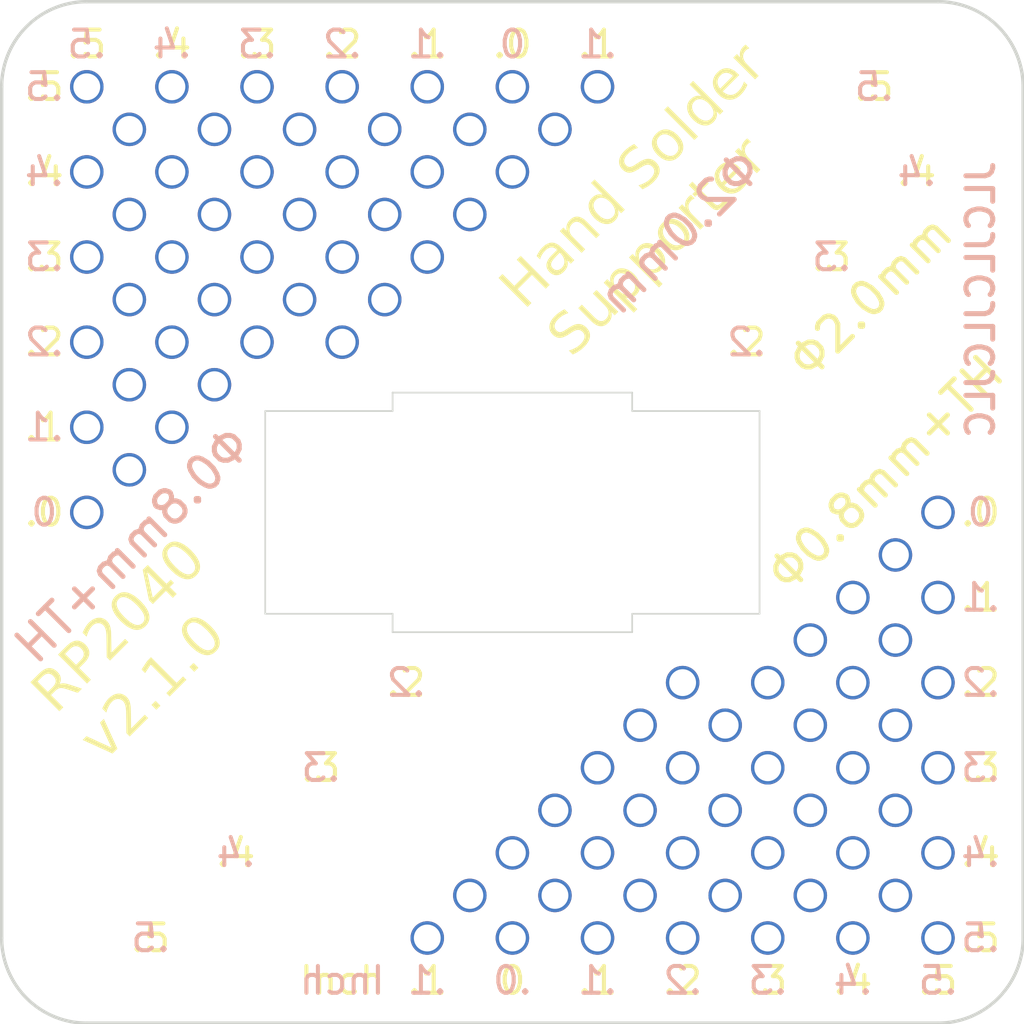
<source format=kicad_pcb>
(kicad_pcb (version 20240108) (generator "pcbnew") (generator_version "8.0")
  (title_block (title "RP2040 Solder Supporter") (rev "v2.1.0") (company "Atsushi Morimoto (@74th)"))
  (layers (0 "F.Cu" signal) (31 "B.Cu" signal) (34 "B.Paste" user) (35 "F.Paste" user) (36 "B.SilkS" user "B.Silkscreen") (37 "F.SilkS" user "F.Silkscreen") (38 "B.Mask" user) (39 "F.Mask" user) (44 "Edge.Cuts" user))
  (net 0 "")
  (footprint "74th:Hole_PinHeader_0.8-TH" (layer "F.Cu") (at 30.48 40.64)
    (property "Reference" "M2" (hide yes))
    (property "Value" "Hole_PinHeader_0.8-TH" (hide yes))
    (pad "" thru_hole circle (at 0 0 270) (size 1 1) (drill 0.8) (layers "*.Cu" "*.Mask"))
  )
  (footprint "74th:Hole_PinHeader_0.8-TH" (layer "F.Cu") (at 39.37 34.29)
    (property "Reference" "M2" (hide yes))
    (property "Value" "Hole_PinHeader_0.8-TH" (hide yes))
    (pad "" thru_hole circle (at 0 0 270) (size 1 1) (drill 0.8) (layers "*.Cu" "*.Mask"))
  )
  (footprint "74th:Hole_PinHeader_0.8-TH" (layer "F.Cu") (at 20.32 17.78 -90)
    (property "Reference" "M2" (hide yes))
    (property "Value" "Hole_PinHeader_0.8-TH" (hide yes))
    (pad "" thru_hole circle (at 0 0 180) (size 1 1) (drill 0.8) (layers "*.Cu" "*.Mask"))
  )
  (footprint "74th:Hole_PinHeader_0.8-TH" (layer "F.Cu") (at 39.37 36.83)
    (property "Reference" "M2" (hide yes))
    (property "Value" "Hole_PinHeader_0.8-TH" (hide yes))
    (pad "" thru_hole circle (at 0 0 270) (size 1 1) (drill 0.8) (layers "*.Cu" "*.Mask"))
  )
  (footprint "74th:Hole_PinHeader_0.8-TH" (layer "F.Cu") (at 29.21 21.59)
    (property "Reference" "M2" (hide yes))
    (property "Value" "Hole_PinHeader_0.8-TH" (hide yes))
    (pad "" thru_hole circle (at 0 0 270) (size 1 1) (drill 0.8) (layers "*.Cu" "*.Mask"))
  )
  (footprint "74th:Hole_PinHeader_0.8-TH" (layer "F.Cu") (at 20.32 20.32 -90)
    (property "Reference" "M2" (hide yes))
    (property "Value" "Hole_PinHeader_0.8-TH" (hide yes))
    (pad "" thru_hole circle (at 0 0 180) (size 1 1) (drill 0.8) (layers "*.Cu" "*.Mask"))
  )
  (footprint "74th:Hole_PinHeader_0.8-TH" (layer "F.Cu") (at 22.86 25.4 -90)
    (property "Reference" "M2" (hide yes))
    (property "Value" "Hole_PinHeader_0.8-TH" (hide yes))
    (pad "" thru_hole circle (at 0 0 180) (size 1 1) (drill 0.8) (layers "*.Cu" "*.Mask"))
  )
  (footprint "74th:Hole_PinHeader_0.8-TH" (layer "F.Cu") (at 33.02 40.64)
    (property "Reference" "M2" (hide yes))
    (property "Value" "Hole_PinHeader_0.8-TH" (hide yes))
    (pad "" thru_hole circle (at 0 0 270) (size 1 1) (drill 0.8) (layers "*.Cu" "*.Mask"))
  )
  (footprint "74th:Hole_PinHeader_0.8-TH" (layer "F.Cu") (at 24.13 16.51)
    (property "Reference" "M2" (hide yes))
    (property "Value" "Hole_PinHeader_0.8-TH" (hide yes))
    (pad "" thru_hole circle (at 0 0 270) (size 1 1) (drill 0.8) (layers "*.Cu" "*.Mask"))
  )
  (footprint "74th:Hole_PinHeader_0.8-TH" (layer "F.Cu") (at 45.72 40.64)
    (property "Reference" "M2" (hide yes))
    (property "Value" "Hole_PinHeader_0.8-TH" (hide yes))
    (pad "" thru_hole circle (at 0 0 270) (size 1 1) (drill 0.8) (layers "*.Cu" "*.Mask"))
  )
  (footprint "74th:Hole_PinHeader_0.8-TH" (layer "F.Cu") (at 25.4 20.32)
    (property "Reference" "M2" (hide yes))
    (property "Value" "Hole_PinHeader_0.8-TH" (hide yes))
    (pad "" thru_hole circle (at 0 0 270) (size 1 1) (drill 0.8) (layers "*.Cu" "*.Mask"))
  )
  (footprint "74th:Hole_PinHeader_0.8-TH" (layer "F.Cu") (at 25.4 22.86)
    (property "Reference" "M2" (hide yes))
    (property "Value" "Hole_PinHeader_0.8-TH" (hide yes))
    (pad "" thru_hole circle (at 0 0 270) (size 1 1) (drill 0.8) (layers "*.Cu" "*.Mask"))
  )
  (footprint "74th:Hole_PinHeader_0.8-TH" (layer "F.Cu") (at 30.48 15.24)
    (property "Reference" "M2" (hide yes))
    (property "Value" "Hole_PinHeader_0.8-TH" (hide yes))
    (pad "" thru_hole circle (at 0 0 270) (size 1 1) (drill 0.8) (layers "*.Cu" "*.Mask"))
  )
  (footprint "74th:Hole_PinHeader_0.8-TH" (layer "F.Cu") (at 38.1 33.02)
    (property "Reference" "M2" (hide yes))
    (property "Value" "Hole_PinHeader_0.8-TH" (hide yes))
    (pad "" thru_hole circle (at 0 0 270) (size 1 1) (drill 0.8) (layers "*.Cu" "*.Mask"))
  )
  (footprint "74th:Hole_PinHeader_0.8-TH" (layer "F.Cu") (at 35.56 35.56)
    (property "Reference" "M2" (hide yes))
    (property "Value" "Hole_PinHeader_0.8-TH" (hide yes))
    (pad "" thru_hole circle (at 0 0 270) (size 1 1) (drill 0.8) (layers "*.Cu" "*.Mask"))
  )
  (footprint "74th:Hole_PinHeader_0.8-TH" (layer "F.Cu") (at 44.45 29.21)
    (property "Reference" "M2" (hide yes))
    (property "Value" "Hole_PinHeader_0.8-TH" (hide yes))
    (pad "" thru_hole circle (at 0 0 270) (size 1 1) (drill 0.8) (layers "*.Cu" "*.Mask"))
  )
  (footprint "74th:Hole_M2_2.0" (layer "F.Cu") (at 22.86 38.1)
    (property "Reference" "M2" (hide yes))
    (property "Value" "Hole_M2_2.0" (hide yes))
    (pad "" np_thru_hole circle (at 0 0) (size 2 2) (drill 2) (layers "F&B.Cu" "*.Mask"))
  )
  (footprint "74th:Hole_PinHeader_0.8-TH" (layer "F.Cu") (at 27.94 20.32)
    (property "Reference" "M2" (hide yes))
    (property "Value" "Hole_PinHeader_0.8-TH" (hide yes))
    (pad "" thru_hole circle (at 0 0 270) (size 1 1) (drill 0.8) (layers "*.Cu" "*.Mask"))
  )
  (footprint "74th:Hole_PinHeader_0.8-TH" (layer "F.Cu") (at 31.75 39.37)
    (property "Reference" "M2" (hide yes))
    (property "Value" "Hole_PinHeader_0.8-TH" (hide yes))
    (pad "" thru_hole circle (at 0 0 270) (size 1 1) (drill 0.8) (layers "*.Cu" "*.Mask"))
  )
  (footprint "74th:Hole_PinHeader_0.8-TH" (layer "F.Cu") (at 45.72 38.1)
    (property "Reference" "M2" (hide yes))
    (property "Value" "Hole_PinHeader_0.8-TH" (hide yes))
    (pad "" thru_hole circle (at 0 0 270) (size 1 1) (drill 0.8) (layers "*.Cu" "*.Mask"))
  )
  (footprint "74th:Hole_PinHeader_0.8-TH" (layer "F.Cu") (at 27.94 22.86)
    (property "Reference" "M2" (hide yes))
    (property "Value" "Hole_PinHeader_0.8-TH" (hide yes))
    (pad "" thru_hole circle (at 0 0 270) (size 1 1) (drill 0.8) (layers "*.Cu" "*.Mask"))
  )
  (footprint "74th:Hole_PinHeader_0.8-TH" (layer "F.Cu") (at 38.1 35.56)
    (property "Reference" "M2" (hide yes))
    (property "Value" "Hole_PinHeader_0.8-TH" (hide yes))
    (pad "" thru_hole circle (at 0 0 270) (size 1 1) (drill 0.8) (layers "*.Cu" "*.Mask"))
  )
  (footprint "74th:Hole_PinHeader_0.8-TH" (layer "F.Cu") (at 44.45 39.37)
    (property "Reference" "M2" (hide yes))
    (property "Value" "Hole_PinHeader_0.8-TH" (hide yes))
    (pad "" thru_hole circle (at 0 0 270) (size 1 1) (drill 0.8) (layers "*.Cu" "*.Mask"))
  )
  (footprint "74th:Hole_PinHeader_0.8-TH" (layer "F.Cu") (at 38.1 40.64)
    (property "Reference" "M2" (hide yes))
    (property "Value" "Hole_PinHeader_0.8-TH" (hide yes))
    (pad "" thru_hole circle (at 0 0 270) (size 1 1) (drill 0.8) (layers "*.Cu" "*.Mask"))
  )
  (footprint "74th:Hole_PinHeader_0.8-TH" (layer "F.Cu") (at 44.45 36.83)
    (property "Reference" "M2" (hide yes))
    (property "Value" "Hole_PinHeader_0.8-TH" (hide yes))
    (pad "" thru_hole circle (at 0 0 270) (size 1 1) (drill 0.8) (layers "*.Cu" "*.Mask"))
  )
  (footprint "74th:Hole_PinHeader_0.8-TH" (layer "F.Cu") (at 43.18 40.64)
    (property "Reference" "M2" (hide yes))
    (property "Value" "Hole_PinHeader_0.8-TH" (hide yes))
    (pad "" thru_hole circle (at 0 0 270) (size 1 1) (drill 0.8) (layers "*.Cu" "*.Mask"))
  )
  (footprint "74th:Hole_PinHeader_0.8-TH" (layer "F.Cu") (at 43.18 30.48)
    (property "Reference" "M2" (hide yes))
    (property "Value" "Hole_PinHeader_0.8-TH" (hide yes))
    (pad "" thru_hole circle (at 0 0 270) (size 1 1) (drill 0.8) (layers "*.Cu" "*.Mask"))
  )
  (footprint "74th:Hole_M2_2.0" (layer "F.Cu") (at 45.72 15.24)
    (property "Reference" "M2" (hide yes))
    (property "Value" "Hole_M2_2.0" (hide yes))
    (pad "" np_thru_hole circle (at 0 0) (size 2 2) (drill 2) (layers "F&B.Cu" "*.Mask"))
  )
  (footprint "74th:Hole_PinHeader_0.8-TH" (layer "F.Cu") (at 21.59 26.67)
    (property "Reference" "M2" (hide yes))
    (property "Value" "Hole_PinHeader_0.8-TH" (hide yes))
    (pad "" thru_hole circle (at 0 0 270) (size 1 1) (drill 0.8) (layers "*.Cu" "*.Mask"))
  )
  (footprint "74th:Hole_PinHeader_0.8-TH" (layer "F.Cu") (at 24.13 19.05)
    (property "Reference" "M2" (hide yes))
    (property "Value" "Hole_PinHeader_0.8-TH" (hide yes))
    (pad "" thru_hole circle (at 0 0 270) (size 1 1) (drill 0.8) (layers "*.Cu" "*.Mask"))
  )
  (footprint "74th:Hole_PinHeader_0.8-TH" (layer "F.Cu") (at 26.67 21.59)
    (property "Reference" "M2" (hide yes))
    (property "Value" "Hole_PinHeader_0.8-TH" (hide yes))
    (pad "" thru_hole circle (at 0 0 270) (size 1 1) (drill 0.8) (layers "*.Cu" "*.Mask"))
  )
  (footprint "74th:Hole_PinHeader_0.8-TH" (layer "F.Cu") (at 41.91 31.75)
    (property "Reference" "M2" (hide yes))
    (property "Value" "Hole_PinHeader_0.8-TH" (hide yes))
    (pad "" thru_hole circle (at 0 0 270) (size 1 1) (drill 0.8) (layers "*.Cu" "*.Mask"))
  )
  (footprint "74th:Hole_PinHeader_0.8-TH" (layer "F.Cu") (at 20.32 25.4 -90)
    (property "Reference" "M2" (hide yes))
    (property "Value" "Hole_PinHeader_0.8-TH" (hide yes))
    (pad "" thru_hole circle (at 0 0 180) (size 1 1) (drill 0.8) (layers "*.Cu" "*.Mask"))
  )
  (footprint "74th:Hole_PinHeader_0.8-TH" (layer "F.Cu") (at 41.91 36.83)
    (property "Reference" "M2" (hide yes))
    (property "Value" "Hole_PinHeader_0.8-TH" (hide yes))
    (pad "" thru_hole circle (at 0 0 270) (size 1 1) (drill 0.8) (layers "*.Cu" "*.Mask"))
  )
  (footprint "74th:Hole_PinHeader_0.8-TH" (layer "F.Cu") (at 35.56 15.24)
    (property "Reference" "M2" (hide yes))
    (property "Value" "Hole_PinHeader_0.8-TH" (hide yes))
    (pad "" thru_hole circle (at 0 0 270) (size 1 1) (drill 0.8) (layers "*.Cu" "*.Mask"))
  )
  (footprint "74th:Hole_PinHeader_0.8-TH" (layer "F.Cu") (at 41.91 34.29)
    (property "Reference" "M2" (hide yes))
    (property "Value" "Hole_PinHeader_0.8-TH" (hide yes))
    (pad "" thru_hole circle (at 0 0 270) (size 1 1) (drill 0.8) (layers "*.Cu" "*.Mask"))
  )
  (footprint "74th:Hole_M2_2.0" (layer "F.Cu") (at 25.4 35.56)
    (property "Reference" "M2" (hide yes))
    (property "Value" "Hole_M2_2.0" (hide yes))
    (pad "" np_thru_hole circle (at 0 0) (size 2 2) (drill 2) (layers "F&B.Cu" "*.Mask"))
  )
  (footprint "74th:Hole_PinHeader_0.8-TH" (layer "F.Cu") (at 22.86 17.78)
    (property "Reference" "M2" (hide yes))
    (property "Value" "Hole_PinHeader_0.8-TH" (hide yes))
    (pad "" thru_hole circle (at 0 0 270) (size 1 1) (drill 0.8) (layers "*.Cu" "*.Mask"))
  )
  (footprint "74th:Supporter-RP2040" (layer "F.Cu") (at 33.02 27.94)
    (property "Reference" "IC**" (hide yes))
    (property "Value" "QFN40P700X700X90-57N-D" (hide yes))
    (fp_line (start -7.375 -3.025) (end -3.575 -3.025) (stroke (width 0.05)) (layer "Edge.Cuts"))
    (fp_line (start -7.375 3.025) (end -7.375 -3.025) (stroke (width 0.05)) (layer "Edge.Cuts"))
    (fp_line (start -7.375 3.025) (end -3.575 3.025) (stroke (width 0.05)) (layer "Edge.Cuts"))
    (fp_line (start -3.575 -3.575) (end -3.575 -3.025) (stroke (width 0.05)) (layer "Edge.Cuts"))
    (fp_line (start -3.575 -3.575) (end 3.575 -3.575) (stroke (width 0.05)) (layer "Edge.Cuts"))
    (fp_line (start -3.575 3.025) (end -3.575 3.575) (stroke (width 0.05)) (layer "Edge.Cuts"))
    (fp_line (start -3.575 3.575) (end 3.575 3.575) (stroke (width 0.05)) (layer "Edge.Cuts"))
    (fp_line (start 3.575 -3.575) (end 3.575 -3.025) (stroke (width 0.05)) (layer "Edge.Cuts"))
    (fp_line (start 3.575 -3.025) (end 7.375 -3.025) (stroke (width 0.05)) (layer "Edge.Cuts"))
    (fp_line (start 3.575 3.025) (end 3.575 3.575) (stroke (width 0.05)) (layer "Edge.Cuts"))
    (fp_line (start 3.575 3.025) (end 7.375 3.025) (stroke (width 0.05)) (layer "Edge.Cuts"))
    (fp_line (start 7.375 -3.025) (end 7.375 3.025) (stroke (width 0.05)) (layer "Edge.Cuts"))
  )
  (footprint "74th:Hole_PinHeader_0.8-TH" (layer "F.Cu") (at 30.48 20.32)
    (property "Reference" "M2" (hide yes))
    (property "Value" "Hole_PinHeader_0.8-TH" (hide yes))
    (pad "" thru_hole circle (at 0 0 270) (size 1 1) (drill 0.8) (layers "*.Cu" "*.Mask"))
  )
  (footprint "74th:Hole_PinHeader_0.8-TH" (layer "F.Cu") (at 20.32 27.94 -90)
    (property "Reference" "M2" (hide yes))
    (property "Value" "Hole_PinHeader_0.8-TH" (hide yes))
    (pad "" thru_hole circle (at 0 0 180) (size 1 1) (drill 0.8) (layers "*.Cu" "*.Mask"))
  )
  (footprint "74th:Hole_PinHeader_0.8-TH" (layer "F.Cu") (at 22.86 15.24)
    (property "Reference" "M2" (hide yes))
    (property "Value" "Hole_PinHeader_0.8-TH" (hide yes))
    (pad "" thru_hole circle (at 0 0 270) (size 1 1) (drill 0.8) (layers "*.Cu" "*.Mask"))
  )
  (footprint "74th:Hole_M2_2.0" (layer "F.Cu") (at 43.18 17.78)
    (property "Reference" "M2" (hide yes))
    (property "Value" "Hole_M2_2.0" (hide yes))
    (pad "" np_thru_hole circle (at 0 0) (size 2 2) (drill 2) (layers "F&B.Cu" "*.Mask"))
  )
  (footprint "74th:Hole_PinHeader_0.8-TH" (layer "F.Cu") (at 29.21 19.05)
    (property "Reference" "M2" (hide yes))
    (property "Value" "Hole_PinHeader_0.8-TH" (hide yes))
    (pad "" thru_hole circle (at 0 0 270) (size 1 1) (drill 0.8) (layers "*.Cu" "*.Mask"))
  )
  (footprint "74th:Hole_M2_2.0" (layer "F.Cu") (at 40.64 20.32)
    (property "Reference" "M2" (hide yes))
    (property "Value" "Hole_M2_2.0" (hide yes))
    (pad "" np_thru_hole circle (at 0 0) (size 2 2) (drill 2) (layers "F&B.Cu" "*.Mask"))
  )
  (footprint "74th:Hole_PinHeader_0.8-TH" (layer "F.Cu") (at 26.67 16.51)
    (property "Reference" "M2" (hide yes))
    (property "Value" "Hole_PinHeader_0.8-TH" (hide yes))
    (pad "" thru_hole circle (at 0 0 270) (size 1 1) (drill 0.8) (layers "*.Cu" "*.Mask"))
  )
  (footprint "74th:Hole_PinHeader_0.8-TH" (layer "F.Cu") (at 45.72 35.56)
    (property "Reference" "M2" (hide yes))
    (property "Value" "Hole_PinHeader_0.8-TH" (hide yes))
    (pad "" thru_hole circle (at 0 0 270) (size 1 1) (drill 0.8) (layers "*.Cu" "*.Mask"))
  )
  (footprint "74th:Hole_PinHeader_0.8-TH" (layer "F.Cu") (at 24.13 24.13)
    (property "Reference" "M2" (hide yes))
    (property "Value" "Hole_PinHeader_0.8-TH" (hide yes))
    (pad "" thru_hole circle (at 0 0 270) (size 1 1) (drill 0.8) (layers "*.Cu" "*.Mask"))
  )
  (footprint "74th:Hole_PinHeader_0.8-TH" (layer "F.Cu") (at 22.86 20.32)
    (property "Reference" "M2" (hide yes))
    (property "Value" "Hole_PinHeader_0.8-TH" (hide yes))
    (pad "" thru_hole circle (at 0 0 270) (size 1 1) (drill 0.8) (layers "*.Cu" "*.Mask"))
  )
  (footprint "74th:Hole_PinHeader_0.8-TH" (layer "F.Cu") (at 20.32 15.24)
    (property "Reference" "M2" (hide yes))
    (property "Value" "Hole_PinHeader_0.8-TH" (hide yes))
    (pad "" thru_hole circle (at 0 0 270) (size 1 1) (drill 0.8) (layers "*.Cu" "*.Mask"))
  )
  (footprint "74th:Hole_PinHeader_0.8-TH" (layer "F.Cu") (at 25.4 17.78)
    (property "Reference" "M2" (hide yes))
    (property "Value" "Hole_PinHeader_0.8-TH" (hide yes))
    (pad "" thru_hole circle (at 0 0 270) (size 1 1) (drill 0.8) (layers "*.Cu" "*.Mask"))
  )
  (footprint "74th:Hole_PinHeader_0.8-TH" (layer "F.Cu") (at 31.75 16.51)
    (property "Reference" "M2" (hide yes))
    (property "Value" "Hole_PinHeader_0.8-TH" (hide yes))
    (pad "" thru_hole circle (at 0 0 270) (size 1 1) (drill 0.8) (layers "*.Cu" "*.Mask"))
  )
  (footprint "74th:Hole_PinHeader_0.8-TH" (layer "F.Cu") (at 44.45 34.29)
    (property "Reference" "M2" (hide yes))
    (property "Value" "Hole_PinHeader_0.8-TH" (hide yes))
    (pad "" thru_hole circle (at 0 0 270) (size 1 1) (drill 0.8) (layers "*.Cu" "*.Mask"))
  )
  (footprint "74th:Hole_PinHeader_0.8-TH" (layer "F.Cu") (at 38.1 38.1)
    (property "Reference" "M2" (hide yes))
    (property "Value" "Hole_PinHeader_0.8-TH" (hide yes))
    (pad "" thru_hole circle (at 0 0 270) (size 1 1) (drill 0.8) (layers "*.Cu" "*.Mask"))
  )
  (footprint "74th:Hole_PinHeader_0.8-TH" (layer "F.Cu") (at 40.64 35.56)
    (property "Reference" "M2" (hide yes))
    (property "Value" "Hole_PinHeader_0.8-TH" (hide yes))
    (pad "" thru_hole circle (at 0 0 270) (size 1 1) (drill 0.8) (layers "*.Cu" "*.Mask"))
  )
  (footprint "74th:Hole_M2_2.0" (layer "F.Cu") (at 20.32 40.64)
    (property "Reference" "M2" (hide yes))
    (property "Value" "Hole_M2_2.0" (hide yes))
    (pad "" np_thru_hole circle (at 0 0) (size 2 2) (drill 2) (layers "F&B.Cu" "*.Mask"))
  )
  (footprint "74th:Hole_PinHeader_0.8-TH" (layer "F.Cu") (at 36.83 36.83)
    (property "Reference" "M2" (hide yes))
    (property "Value" "Hole_PinHeader_0.8-TH" (hide yes))
    (pad "" thru_hole circle (at 0 0 270) (size 1 1) (drill 0.8) (layers "*.Cu" "*.Mask"))
  )
  (footprint "74th:Hole_PinHeader_0.8-TH" (layer "F.Cu") (at 20.32 22.86 -90)
    (property "Reference" "M2" (hide yes))
    (property "Value" "Hole_PinHeader_0.8-TH" (hide yes))
    (pad "" thru_hole circle (at 0 0 180) (size 1 1) (drill 0.8) (layers "*.Cu" "*.Mask"))
  )
  (footprint "74th:Hole_PinHeader_0.8-TH" (layer "F.Cu") (at 41.91 39.37)
    (property "Reference" "M2" (hide yes))
    (property "Value" "Hole_PinHeader_0.8-TH" (hide yes))
    (pad "" thru_hole circle (at 0 0 270) (size 1 1) (drill 0.8) (layers "*.Cu" "*.Mask"))
  )
  (footprint "74th:Hole_PinHeader_0.8-TH" (layer "F.Cu") (at 45.72 30.48)
    (property "Reference" "M2" (hide yes))
    (property "Value" "Hole_PinHeader_0.8-TH" (hide yes))
    (pad "" thru_hole circle (at 0 0 270) (size 1 1) (drill 0.8) (layers "*.Cu" "*.Mask"))
  )
  (footprint "74th:Hole_PinHeader_0.8-TH" (layer "F.Cu") (at 30.48 17.78)
    (property "Reference" "M2" (hide yes))
    (property "Value" "Hole_PinHeader_0.8-TH" (hide yes))
    (pad "" thru_hole circle (at 0 0 270) (size 1 1) (drill 0.8) (layers "*.Cu" "*.Mask"))
  )
  (footprint "74th:Hole_PinHeader_0.8-TH" (layer "F.Cu") (at 34.29 36.83)
    (property "Reference" "M2" (hide yes))
    (property "Value" "Hole_PinHeader_0.8-TH" (hide yes))
    (pad "" thru_hole circle (at 0 0 270) (size 1 1) (drill 0.8) (layers "*.Cu" "*.Mask"))
  )
  (footprint "74th:Hole_PinHeader_0.8-TH" (layer "F.Cu") (at 27.94 15.24)
    (property "Reference" "M2" (hide yes))
    (property "Value" "Hole_PinHeader_0.8-TH" (hide yes))
    (pad "" thru_hole circle (at 0 0 270) (size 1 1) (drill 0.8) (layers "*.Cu" "*.Mask"))
  )
  (footprint "74th:Hole_PinHeader_0.8-TH" (layer "F.Cu") (at 24.13 21.59)
    (property "Reference" "M2" (hide yes))
    (property "Value" "Hole_PinHeader_0.8-TH" (hide yes))
    (pad "" thru_hole circle (at 0 0 270) (size 1 1) (drill 0.8) (layers "*.Cu" "*.Mask"))
  )
  (footprint "74th:Hole_PinHeader_0.8-TH" (layer "F.Cu") (at 39.37 39.37)
    (property "Reference" "M2" (hide yes))
    (property "Value" "Hole_PinHeader_0.8-TH" (hide yes))
    (pad "" thru_hole circle (at 0 0 270) (size 1 1) (drill 0.8) (layers "*.Cu" "*.Mask"))
  )
  (footprint "74th:Hole_PinHeader_0.8-TH" (layer "F.Cu") (at 33.02 17.78)
    (property "Reference" "M2" (hide yes))
    (property "Value" "Hole_PinHeader_0.8-TH" (hide yes))
    (pad "" thru_hole circle (at 0 0 270) (size 1 1) (drill 0.8) (layers "*.Cu" "*.Mask"))
  )
  (footprint "74th:Hole_PinHeader_0.8-TH" (layer "F.Cu") (at 40.64 38.1)
    (property "Reference" "M2" (hide yes))
    (property "Value" "Hole_PinHeader_0.8-TH" (hide yes))
    (pad "" thru_hole circle (at 0 0 270) (size 1 1) (drill 0.8) (layers "*.Cu" "*.Mask"))
  )
  (footprint "74th:Hole_PinHeader_0.8-TH" (layer "F.Cu") (at 45.72 33.02)
    (property "Reference" "M2" (hide yes))
    (property "Value" "Hole_PinHeader_0.8-TH" (hide yes))
    (pad "" thru_hole circle (at 0 0 270) (size 1 1) (drill 0.8) (layers "*.Cu" "*.Mask"))
  )
  (footprint "74th:Hole_PinHeader_0.8-TH" (layer "F.Cu") (at 43.18 35.56)
    (property "Reference" "M2" (hide yes))
    (property "Value" "Hole_PinHeader_0.8-TH" (hide yes))
    (pad "" thru_hole circle (at 0 0 270) (size 1 1) (drill 0.8) (layers "*.Cu" "*.Mask"))
  )
  (footprint "74th:Hole_M2_2.0" (layer "F.Cu") (at 38.1 22.86)
    (property "Reference" "M2" (hide yes))
    (property "Value" "Hole_M2_2.0" (hide yes))
    (pad "" np_thru_hole circle (at 0 0) (size 2 2) (drill 2) (layers "F&B.Cu" "*.Mask"))
  )
  (footprint "74th:Hole_PinHeader_0.8-TH" (layer "F.Cu") (at 43.18 38.1)
    (property "Reference" "M2" (hide yes))
    (property "Value" "Hole_PinHeader_0.8-TH" (hide yes))
    (pad "" thru_hole circle (at 0 0 270) (size 1 1) (drill 0.8) (layers "*.Cu" "*.Mask"))
  )
  (footprint "74th:Hole_PinHeader_0.8-TH" (layer "F.Cu") (at 21.59 19.05)
    (property "Reference" "M2" (hide yes))
    (property "Value" "Hole_PinHeader_0.8-TH" (hide yes))
    (pad "" thru_hole circle (at 0 0 270) (size 1 1) (drill 0.8) (layers "*.Cu" "*.Mask"))
  )
  (footprint "74th:Hole_PinHeader_0.8-TH" (layer "F.Cu") (at 35.56 38.1)
    (property "Reference" "M2" (hide yes))
    (property "Value" "Hole_PinHeader_0.8-TH" (hide yes))
    (pad "" thru_hole circle (at 0 0 270) (size 1 1) (drill 0.8) (layers "*.Cu" "*.Mask"))
  )
  (footprint "74th:Hole_PinHeader_0.8-TH" (layer "F.Cu") (at 33.02 15.24)
    (property "Reference" "M2" (hide yes))
    (property "Value" "Hole_PinHeader_0.8-TH" (hide yes))
    (pad "" thru_hole circle (at 0 0 270) (size 1 1) (drill 0.8) (layers "*.Cu" "*.Mask"))
  )
  (footprint "74th:Hole_PinHeader_0.8-TH" (layer "F.Cu") (at 43.18 33.02)
    (property "Reference" "M2" (hide yes))
    (property "Value" "Hole_PinHeader_0.8-TH" (hide yes))
    (pad "" thru_hole circle (at 0 0 270) (size 1 1) (drill 0.8) (layers "*.Cu" "*.Mask"))
  )
  (footprint "74th:Hole_PinHeader_0.8-TH" (layer "F.Cu") (at 21.59 24.13)
    (property "Reference" "M2" (hide yes))
    (property "Value" "Hole_PinHeader_0.8-TH" (hide yes))
    (pad "" thru_hole circle (at 0 0 270) (size 1 1) (drill 0.8) (layers "*.Cu" "*.Mask"))
  )
  (footprint "74th:Hole_PinHeader_0.8-TH" (layer "F.Cu") (at 44.45 31.75)
    (property "Reference" "M2" (hide yes))
    (property "Value" "Hole_PinHeader_0.8-TH" (hide yes))
    (pad "" thru_hole circle (at 0 0 270) (size 1 1) (drill 0.8) (layers "*.Cu" "*.Mask"))
  )
  (footprint "74th:Hole_PinHeader_0.8-TH" (layer "F.Cu") (at 27.94 17.78)
    (property "Reference" "M2" (hide yes))
    (property "Value" "Hole_PinHeader_0.8-TH" (hide yes))
    (pad "" thru_hole circle (at 0 0 270) (size 1 1) (drill 0.8) (layers "*.Cu" "*.Mask"))
  )
  (footprint "74th:Hole_PinHeader_0.8-TH" (layer "F.Cu") (at 21.59 16.51)
    (property "Reference" "M2" (hide yes))
    (property "Value" "Hole_PinHeader_0.8-TH" (hide yes))
    (pad "" thru_hole circle (at 0 0 270) (size 1 1) (drill 0.8) (layers "*.Cu" "*.Mask"))
  )
  (footprint "74th:Hole_PinHeader_0.8-TH" (layer "F.Cu") (at 34.29 39.37)
    (property "Reference" "M2" (hide yes))
    (property "Value" "Hole_PinHeader_0.8-TH" (hide yes))
    (pad "" thru_hole circle (at 0 0 270) (size 1 1) (drill 0.8) (layers "*.Cu" "*.Mask"))
  )
  (footprint "74th:Hole_PinHeader_0.8-TH" (layer "F.Cu") (at 31.75 19.05)
    (property "Reference" "M2" (hide yes))
    (property "Value" "Hole_PinHeader_0.8-TH" (hide yes))
    (pad "" thru_hole circle (at 0 0 270) (size 1 1) (drill 0.8) (layers "*.Cu" "*.Mask"))
  )
  (footprint "74th:Hole_PinHeader_0.8-TH" (layer "F.Cu") (at 33.02 38.1)
    (property "Reference" "M2" (hide yes))
    (property "Value" "Hole_PinHeader_0.8-TH" (hide yes))
    (pad "" thru_hole circle (at 0 0 270) (size 1 1) (drill 0.8) (layers "*.Cu" "*.Mask"))
  )
  (footprint "74th:Hole_PinHeader_0.8-TH" (layer "F.Cu") (at 45.72 27.94)
    (property "Reference" "M2" (hide yes))
    (property "Value" "Hole_PinHeader_0.8-TH" (hide yes))
    (pad "" thru_hole circle (at 0 0 270) (size 1 1) (drill 0.8) (layers "*.Cu" "*.Mask"))
  )
  (footprint "74th:Hole_PinHeader_0.8-TH" (layer "F.Cu") (at 40.64 40.64)
    (property "Reference" "M2" (hide yes))
    (property "Value" "Hole_PinHeader_0.8-TH" (hide yes))
    (pad "" thru_hole circle (at 0 0 270) (size 1 1) (drill 0.8) (layers "*.Cu" "*.Mask"))
  )
  (footprint "74th:Hole_PinHeader_0.8-TH" (layer "F.Cu") (at 22.86 22.86)
    (property "Reference" "M2" (hide yes))
    (property "Value" "Hole_PinHeader_0.8-TH" (hide yes))
    (pad "" thru_hole circle (at 0 0 270) (size 1 1) (drill 0.8) (layers "*.Cu" "*.Mask"))
  )
  (footprint "74th:Hole_PinHeader_0.8-TH" (layer "F.Cu") (at 34.29 16.51)
    (property "Reference" "M2" (hide yes))
    (property "Value" "Hole_PinHeader_0.8-TH" (hide yes))
    (pad "" thru_hole circle (at 0 0 270) (size 1 1) (drill 0.8) (layers "*.Cu" "*.Mask"))
  )
  (footprint "74th:Hole_PinHeader_0.8-TH" (layer "F.Cu") (at 40.64 33.02)
    (property "Reference" "M2" (hide yes))
    (property "Value" "Hole_PinHeader_0.8-TH" (hide yes))
    (pad "" thru_hole circle (at 0 0 270) (size 1 1) (drill 0.8) (layers "*.Cu" "*.Mask"))
  )
  (footprint "74th:Hole_PinHeader_0.8-TH" (layer "F.Cu") (at 21.59 21.59)
    (property "Reference" "M2" (hide yes))
    (property "Value" "Hole_PinHeader_0.8-TH" (hide yes))
    (pad "" thru_hole circle (at 0 0 270) (size 1 1) (drill 0.8) (layers "*.Cu" "*.Mask"))
  )
  (footprint "74th:Hole_PinHeader_0.8-TH" (layer "F.Cu") (at 25.4 15.24)
    (property "Reference" "M2" (hide yes))
    (property "Value" "Hole_PinHeader_0.8-TH" (hide yes))
    (pad "" thru_hole circle (at 0 0 270) (size 1 1) (drill 0.8) (layers "*.Cu" "*.Mask"))
  )
  (footprint "74th:Hole_PinHeader_0.8-TH" (layer "F.Cu") (at 35.56 40.64)
    (property "Reference" "M2" (hide yes))
    (property "Value" "Hole_PinHeader_0.8-TH" (hide yes))
    (pad "" thru_hole circle (at 0 0 270) (size 1 1) (drill 0.8) (layers "*.Cu" "*.Mask"))
  )
  (footprint "74th:Hole_PinHeader_0.8-TH" (layer "F.Cu") (at 29.21 16.51)
    (property "Reference" "M2" (hide yes))
    (property "Value" "Hole_PinHeader_0.8-TH" (hide yes))
    (pad "" thru_hole circle (at 0 0 270) (size 1 1) (drill 0.8) (layers "*.Cu" "*.Mask"))
  )
  (footprint "74th:Hole_PinHeader_0.8-TH" (layer "F.Cu") (at 36.83 34.29)
    (property "Reference" "M2" (hide yes))
    (property "Value" "Hole_PinHeader_0.8-TH" (hide yes))
    (pad "" thru_hole circle (at 0 0 270) (size 1 1) (drill 0.8) (layers "*.Cu" "*.Mask"))
  )
  (footprint "74th:Hole_PinHeader_0.8-TH" (layer "F.Cu") (at 36.83 39.37)
    (property "Reference" "M2" (hide yes))
    (property "Value" "Hole_PinHeader_0.8-TH" (hide yes))
    (pad "" thru_hole circle (at 0 0 270) (size 1 1) (drill 0.8) (layers "*.Cu" "*.Mask"))
  )
  (footprint "74th:Hole_PinHeader_0.8-TH" (layer "F.Cu") (at 26.67 19.05)
    (property "Reference" "M2" (hide yes))
    (property "Value" "Hole_PinHeader_0.8-TH" (hide yes))
    (pad "" thru_hole circle (at 0 0 270) (size 1 1) (drill 0.8) (layers "*.Cu" "*.Mask"))
  )
  (footprint "74th:Hole_M2_2.0" (layer "F.Cu") (at 27.94 33.02)
    (property "Reference" "M2" (hide yes))
    (property "Value" "Hole_M2_2.0" (hide yes))
    (pad "" np_thru_hole circle (at 0 0) (size 2 2) (drill 2) (layers "F&B.Cu" "*.Mask"))
  )
  (footprint "74th:Logo_JLCJLCJLCJLC" (layer "B.Cu") (at 46.99 21.59 -90)
    (property "Reference" "REF**" (hide yes))
    (property "Value" "JLCJLCJLCJLC" (at 0 0 90) (layer "B.SilkS") (effects (font (size 0.8 0.8)) (justify mirror)))
  )
  (gr_arc (start 48.26 40.64) (mid 47.516051 42.436051) (end 45.72 43.18) (stroke (width 0.1)) (layer "Edge.Cuts"))
  (gr_line (start 45.72 43.18) (end 20.32 43.18) (stroke (width 0.1)) (layer "Edge.Cuts"))
  (gr_line (start 17.78 40.64) (end 17.78 15.24) (stroke (width 0.1)) (layer "Edge.Cuts"))
  (gr_arc (start 45.72 12.7) (mid 47.516051 13.443949) (end 48.26 15.24) (stroke (width 0.1)) (layer "Edge.Cuts"))
  (gr_arc (start 17.78 15.24) (mid 18.523949 13.443949) (end 20.32 12.7) (stroke (width 0.1)) (layer "Edge.Cuts"))
  (gr_line (start 48.26 15.24) (end 48.26 40.64) (stroke (width 0.1)) (layer "Edge.Cuts"))
  (gr_line (start 20.32 12.7) (end 45.72 12.7) (stroke (width 0.1)) (layer "Edge.Cuts"))
  (gr_arc (start 20.32 43.18) (mid 18.523949 42.436051) (end 17.78 40.64) (stroke (width 0.1)) (layer "Edge.Cuts"))
  (gr_text ".5" (at 22.225 40.64 0) (layer "B.SilkS") (effects (font (size 0.8 0.8) (thickness 0.12)) (justify mirror)))
  (gr_text ".3" (at 19.05 20.32 0) (layer "B.SilkS") (effects (font (size 0.8 0.8) (thickness 0.12)) (justify mirror)))
  (gr_text ".4" (at 43.18 41.91 0) (layer "B.SilkS") (effects (font (size 0.8 0.8) (thickness 0.12)) (justify mirror)))
  (gr_text ".5" (at 20.32 13.97 0) (layer "B.SilkS") (effects (font (size 0.8 0.8) (thickness 0.12)) (justify mirror)))
  (gr_text "0" (at 46.99 27.94 0) (layer "B.SilkS") (effects (font (size 0.8 0.8) (thickness 0.12)) (justify mirror)))
  (gr_text ".2" (at 19.05 22.86 0) (layer "B.SilkS") (effects (font (size 0.8 0.8) (thickness 0.12)) (justify mirror)))
  (gr_text ".1" (at 19.05 25.4 0) (layer "B.SilkS") (effects (font (size 0.8 0.8) (thickness 0.12)) (justify mirror)))
  (gr_text "0" (at 19.05 27.94 0) (layer "B.SilkS") (effects (font (size 0.8 0.8) (thickness 0.12)) (justify mirror)))
  (gr_text ".2" (at 29.845 33.02 0) (layer "B.SilkS") (effects (font (size 0.8 0.8) (thickness 0.12)) (justify mirror)))
  (gr_text ".1" (at 46.99 30.48 0) (layer "B.SilkS") (effects (font (size 0.8 0.8) (thickness 0.12)) (justify mirror)))
  (gr_text ".5" (at 43.815 15.24 0) (layer "B.SilkS") (effects (font (size 0.8 0.8) (thickness 0.12)) (justify mirror)))
  (gr_text "Φ2.0mm" (at 40.64 17.78 45) (layer "B.SilkS") (effects (font (size 1 1)) (justify left bottom mirror)))
  (gr_text ".5" (at 46.99 40.64 0) (layer "B.SilkS") (effects (font (size 0.8 0.8) (thickness 0.12)) (justify mirror)))
  (gr_text ".1" (at 30.48 41.91 0) (layer "B.SilkS") (effects (font (size 0.8 0.8) (thickness 0.12)) (justify mirror)))
  (gr_text ".1" (at 35.56 13.97 0) (layer "B.SilkS") (effects (font (size 0.8 0.8) (thickness 0.12)) (justify mirror)))
  (gr_text ".1" (at 35.56 41.91 0) (layer "B.SilkS") (effects (font (size 0.8 0.8) (thickness 0.12)) (justify mirror)))
  (gr_text ".4" (at 24.765 38.1 0) (layer "B.SilkS") (effects (font (size 0.8 0.8) (thickness 0.12)) (justify mirror)))
  (gr_text ".2" (at 38.1 41.91 0) (layer "B.SilkS") (effects (font (size 0.8 0.8) (thickness 0.12)) (justify mirror)))
  (gr_text ".3" (at 25.4 13.97 0) (layer "B.SilkS") (effects (font (size 0.8 0.8) (thickness 0.12)) (justify mirror)))
  (gr_text ".4" (at 19.05 17.78 0) (layer "B.SilkS") (effects (font (size 0.8 0.8) (thickness 0.12)) (justify mirror)))
  (gr_text "0" (at 33.02 13.97 0) (layer "B.SilkS") (effects (font (size 0.8 0.8) (thickness 0.12)) (justify mirror)))
  (gr_text ".1" (at 30.48 13.97 0) (layer "B.SilkS") (effects (font (size 0.8 0.8) (thickness 0.12)) (justify mirror)))
  (gr_text "Inch" (at 27.94 41.91 0) (layer "B.SilkS") (effects (font (size 0.8 0.8) (thickness 0.12)) (justify mirror)))
  (gr_text ".4" (at 45.085 17.78 0) (layer "B.SilkS") (effects (font (size 0.8 0.8) (thickness 0.12)) (justify mirror)))
  (gr_text ".2" (at 40.005 22.86 0) (layer "B.SilkS") (effects (font (size 0.8 0.8) (thickness 0.12)) (justify mirror)))
  (gr_text ".5" (at 45.72 41.91 0) (layer "B.SilkS") (effects (font (size 0.8 0.8) (thickness 0.12)) (justify mirror)))
  (gr_text ".3" (at 27.305 35.56 0) (layer "B.SilkS") (effects (font (size 0.8 0.8) (thickness 0.12)) (justify mirror)))
  (gr_text ".5" (at 19.05 15.24 0) (layer "B.SilkS") (effects (font (size 0.8 0.8) (thickness 0.12)) (justify mirror)))
  (gr_text ".0" (at 33.02 41.91 0) (layer "B.SilkS") (effects (font (size 0.8 0.8) (thickness 0.12)) (justify mirror)))
  (gr_text ".4" (at 22.86 13.97 0) (layer "B.SilkS") (effects (font (size 0.8 0.8) (thickness 0.12)) (justify mirror)))
  (gr_text ".3" (at 42.545 20.32 0) (layer "B.SilkS") (effects (font (size 0.8 0.8) (thickness 0.12)) (justify mirror)))
  (gr_text ".2" (at 46.99 33.02 0) (layer "B.SilkS") (effects (font (size 0.8 0.8) (thickness 0.12)) (justify mirror)))
  (gr_text ".3" (at 46.99 35.56 0) (layer "B.SilkS") (effects (font (size 0.8 0.8) (thickness 0.12)) (justify mirror)))
  (gr_text ".2" (at 27.94 13.97 0) (layer "B.SilkS") (effects (font (size 0.8 0.8) (thickness 0.12)) (justify mirror)))
  (gr_text ".3" (at 40.64 41.91 0) (layer "B.SilkS") (effects (font (size 0.8 0.8) (thickness 0.12)) (justify mirror)))
  (gr_text ".4" (at 46.99 38.1 0) (layer "B.SilkS") (effects (font (size 0.8 0.8) (thickness 0.12)) (justify mirror)))
  (gr_text "Φ0.8mm+TH" (at 25.4 26.035 45) (layer "B.SilkS") (effects (font (size 1 1)) (justify left bottom mirror)))
  (gr_text ".3" (at 27.305 35.56 0) (layer "F.SilkS") (effects (font (size 0.8 0.8) (thickness 0.12))))
  (gr_text ".1" (at 30.48 41.91 0) (layer "F.SilkS") (effects (font (size 0.8 0.8) (thickness 0.12))))
  (gr_text ".4" (at 45.085 17.78 0) (layer "F.SilkS") (effects (font (size 0.8 0.8) (thickness 0.12))))
  (gr_text ".5" (at 43.815 15.24 0) (layer "F.SilkS") (effects (font (size 0.8 0.8) (thickness 0.12))))
  (gr_text ".2" (at 29.845 33.02 0) (layer "F.SilkS") (effects (font (size 0.8 0.8) (thickness 0.12))))
  (gr_text ".5" (at 19.05 15.24 0) (layer "F.SilkS") (effects (font (size 0.8 0.8) (thickness 0.12))))
  (gr_text "Φ2.0mm" (at 41.91 24.13 45) (layer "F.SilkS") (effects (font (size 1 1)) (justify left bottom)))
  (gr_text ".3" (at 42.545 20.32 0) (layer "F.SilkS") (effects (font (size 0.8 0.8) (thickness 0.12))))
  (gr_text "Φ0.8mm+TH" (at 41.275 30.48 45) (layer "F.SilkS") (effects (font (size 1 1)) (justify left bottom)))
  (gr_text "Hand Solder\nSupporter" (at 34.925 23.495 45) (layer "F.SilkS") (effects (font (size 1.2 1.2)) (justify left bottom)))
  (gr_text ".4" (at 19.05 17.78 0) (layer "F.SilkS") (effects (font (size 0.8 0.8) (thickness 0.12))))
  (gr_text "0" (at 33.02 41.91 0) (layer "F.SilkS") (effects (font (size 0.8 0.8) (thickness 0.12))))
  (gr_text ".2" (at 19.05 22.86 0) (layer "F.SilkS") (effects (font (size 0.8 0.8) (thickness 0.12))))
  (gr_text ".3" (at 25.4 13.97 0) (layer "F.SilkS") (effects (font (size 0.8 0.8) (thickness 0.12))))
  (gr_text ".0" (at 46.99 27.94 0) (layer "F.SilkS") (effects (font (size 0.8 0.8) (thickness 0.12))))
  (gr_text ".0" (at 19.05 27.94 0) (layer "F.SilkS") (effects (font (size 0.8 0.8) (thickness 0.12))))
  (gr_text "Inch" (at 27.94 41.91 0) (layer "F.SilkS") (effects (font (size 0.8 0.8) (thickness 0.12))))
  (gr_text ".3" (at 40.64 41.91 0) (layer "F.SilkS") (effects (font (size 0.8 0.8) (thickness 0.12))))
  (gr_text ".5" (at 45.72 41.91 0) (layer "F.SilkS") (effects (font (size 0.8 0.8) (thickness 0.12))))
  (gr_text ".0" (at 33.02 13.97 0) (layer "F.SilkS") (effects (font (size 0.8 0.8) (thickness 0.12))))
  (gr_text ".3" (at 46.99 35.56 0) (layer "F.SilkS") (effects (font (size 0.8 0.8) (thickness 0.12))))
  (gr_text ".1" (at 35.56 41.91 0) (layer "F.SilkS") (effects (font (size 0.8 0.8) (thickness 0.12))))
  (gr_text ".5" (at 46.99 40.64 0) (layer "F.SilkS") (effects (font (size 0.8 0.8) (thickness 0.12))))
  (gr_text ".3" (at 19.05 20.32 0) (layer "F.SilkS") (effects (font (size 0.8 0.8) (thickness 0.12))))
  (gr_text ".2" (at 38.1 41.91 0) (layer "F.SilkS") (effects (font (size 0.8 0.8) (thickness 0.12))))
  (gr_text ".1" (at 30.48 13.97 0) (layer "F.SilkS") (effects (font (size 0.8 0.8) (thickness 0.12))))
  (gr_text ".2" (at 46.99 33.02 0) (layer "F.SilkS") (effects (font (size 0.8 0.8) (thickness 0.12))))
  (gr_text ".4" (at 22.86 13.97 0) (layer "F.SilkS") (effects (font (size 0.8 0.8) (thickness 0.12))))
  (gr_text ".4" (at 43.18 41.91 0) (layer "F.SilkS") (effects (font (size 0.8 0.8) (thickness 0.12))))
  (gr_text ".2" (at 27.94 13.97 0) (layer "F.SilkS") (effects (font (size 0.8 0.8) (thickness 0.12))))
  (gr_text ".2" (at 40.005 22.86 0) (layer "F.SilkS") (effects (font (size 0.8 0.8) (thickness 0.12))))
  (gr_text ".1" (at 35.56 13.97 0) (layer "F.SilkS") (effects (font (size 0.8 0.8) (thickness 0.12))))
  (gr_text ".4" (at 24.765 38.1 0) (layer "F.SilkS") (effects (font (size 0.8 0.8) (thickness 0.12))))
  (gr_text ".1" (at 19.05 25.4 0) (layer "F.SilkS") (effects (font (size 0.8 0.8) (thickness 0.12))))
  (gr_text ".5" (at 22.225 40.64 0) (layer "F.SilkS") (effects (font (size 0.8 0.8) (thickness 0.12))))
  (gr_text "RP2040\nv2.1.0" (at 20.955 35.56 45) (layer "F.SilkS") (effects (font (size 1.2 1.2)) (justify left bottom)))
  (gr_text ".5" (at 20.32 13.97 0) (layer "F.SilkS") (effects (font (size 0.8 0.8) (thickness 0.12))))
  (gr_text ".1" (at 46.99 30.48 0) (layer "F.SilkS") (effects (font (size 0.8 0.8) (thickness 0.12))))
  (gr_text ".4" (at 46.99 38.1 0) (layer "F.SilkS") (effects (font (size 0.8 0.8) (thickness 0.12))))
)
</source>
